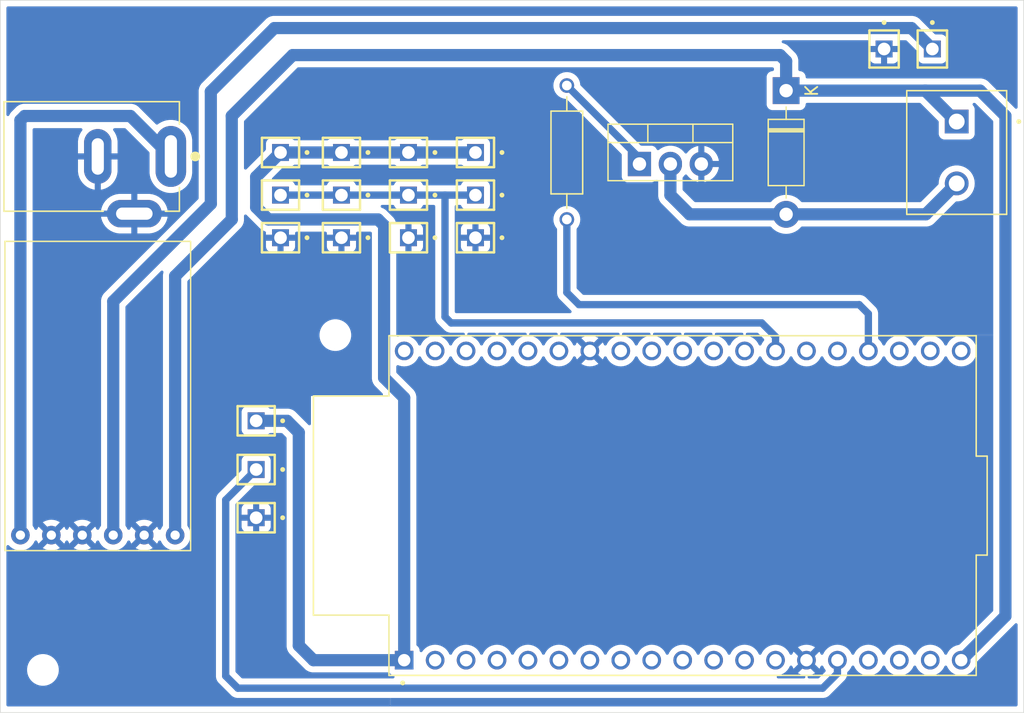
<source format=kicad_pcb>
(kicad_pcb (version 20240108) (generator "pcbnew") (generator_version "8.0")
  (layers (0 "F.Cu" signal) (31 "B.Cu" signal) (34 "B.Paste" user) (35 "F.Paste" user) (36 "B.SilkS" user "B.Silkscreen") (37 "F.SilkS" user "F.Silkscreen") (38 "B.Mask" user) (39 "F.Mask" user) (44 "Edge.Cuts" user))
  (net 0 "")
  (net 1 "+BATT")
  (net 2 "GND")
  (net 3 "+5V")
  (net 4 "Net-(D1-A)")
  (net 5 "VDC")
  (net 6 "Net-(Q1-B)")
  (net 7 "/IO4Bomba")
  (net 15 "+3V3")
  (net 17 "/SensorTempData")
  (net 18 "/IO26DHT22")
  (footprint "socket:SAMTEC_ESW-101-44-L-S" (layer "F.Cu") (at 173.04 70 -90)
    (property "Reference" "J19" (hide yes))
    (property "Value" "GND")
    (fp_line (start -1.525 1.205) (end -1.525 -1.205) (stroke (width 0.2)) (layer "F.SilkS"))
    (fp_line (start 1.525 1.205) (end -1.525 1.205) (stroke (width 0.2)) (layer "F.SilkS"))
    (fp_line (start 1.525 -1.205) (end 1.525 1.205) (stroke (width 0.2)) (layer "F.SilkS"))
    (fp_line (start 1.525 -1.205) (end -1.525 -1.205) (stroke (width 0.2)) (layer "F.SilkS"))
    (fp_circle (center -2.175 0) (end -2.075 0) (stroke (width 0.2)) (fill none) (layer "F.SilkS"))
    (pad "01" thru_hole rect (at 0 0 270) (size 1.39 1.39) (drill 1.04) (layers "*.Cu" "*.Mask") (net 2 "GND"))
  )
  (footprint "socket:SAMTEC_ESW-101-44-L-S" (layer "F.Cu") (at 123.5 78.5 180)
    (property "Reference" "J3" (hide yes))
    (property "Value" "3v3" (hide yes))
    (fp_line (start 1.525 1.205) (end -1.525 1.205) (stroke (width 0.2)) (layer "F.SilkS"))
    (fp_line (start 1.525 -1.205) (end 1.525 1.205) (stroke (width 0.2)) (layer "F.SilkS"))
    (fp_line (start 1.525 -1.205) (end -1.525 -1.205) (stroke (width 0.2)) (layer "F.SilkS"))
    (fp_line (start -1.525 1.205) (end -1.525 -1.205) (stroke (width 0.2)) (layer "F.SilkS"))
    (fp_circle (center -2.175 0) (end -2.075 0) (stroke (width 0.2)) (fill none) (layer "F.SilkS"))
    (pad "01" thru_hole rect (at 0 0 180) (size 1.39 1.39) (drill 1.04) (layers "*.Cu" "*.Mask") (net 15 "+3V3"))
  )
  (footprint "socket:SAMTEC_ESW-101-44-L-S" (layer "F.Cu") (at 134 82 180)
    (property "Reference" "J10" (hide yes))
    (property "Value" "datos" (hide yes))
    (fp_line (start 1.525 1.205) (end -1.525 1.205) (stroke (width 0.2)) (layer "F.SilkS"))
    (fp_line (start 1.525 -1.205) (end 1.525 1.205) (stroke (width 0.2)) (layer "F.SilkS"))
    (fp_line (start 1.525 -1.205) (end -1.525 -1.205) (stroke (width 0.2)) (layer "F.SilkS"))
    (fp_line (start -1.525 1.205) (end -1.525 -1.205) (stroke (width 0.2)) (layer "F.SilkS"))
    (fp_circle (center -2.175 0) (end -2.075 0) (stroke (width 0.2)) (fill none) (layer "F.SilkS"))
    (pad "01" thru_hole rect (at 0 0 180) (size 1.39 1.39) (drill 1.04) (layers "*.Cu" "*.Mask") (net 17 "/SensorTempData"))
  )
  (footprint "socket:SAMTEC_ESW-101-44-L-S" (layer "F.Cu") (at 177 70 -90)
    (property "Reference" "J18" (hide yes))
    (property "Value" "batt")
    (fp_line (start -1.525 1.205) (end -1.525 -1.205) (stroke (width 0.2)) (layer "F.SilkS"))
    (fp_line (start 1.525 1.205) (end -1.525 1.205) (stroke (width 0.2)) (layer "F.SilkS"))
    (fp_line (start 1.525 -1.205) (end 1.525 1.205) (stroke (width 0.2)) (layer "F.SilkS"))
    (fp_line (start 1.525 -1.205) (end -1.525 -1.205) (stroke (width 0.2)) (layer "F.SilkS"))
    (fp_circle (center -2.175 0) (end -2.075 0) (stroke (width 0.2)) (fill none) (layer "F.SilkS"))
    (pad "01" thru_hole rect (at 0 0 270) (size 1.39 1.39) (drill 1.04) (layers "*.Cu" "*.Mask") (net 1 "+BATT"))
  )
  (footprint "socket:SAMTEC_ESW-101-44-L-S" (layer "F.Cu") (at 139.5 82 180)
    (property "Reference" "J13" (hide yes))
    (property "Value" "datos" (hide yes))
    (fp_line (start 1.525 1.205) (end -1.525 1.205) (stroke (width 0.2)) (layer "F.SilkS"))
    (fp_line (start 1.525 -1.205) (end 1.525 1.205) (stroke (width 0.2)) (layer "F.SilkS"))
    (fp_line (start 1.525 -1.205) (end -1.525 -1.205) (stroke (width 0.2)) (layer "F.SilkS"))
    (fp_line (start -1.525 1.205) (end -1.525 -1.205) (stroke (width 0.2)) (layer "F.SilkS"))
    (fp_circle (center -2.175 0) (end -2.075 0) (stroke (width 0.2)) (fill none) (layer "F.SilkS"))
    (pad "01" thru_hole rect (at 0 0 180) (size 1.39 1.39) (drill 1.04) (layers "*.Cu" "*.Mask") (net 17 "/SensorTempData"))
  )
  (footprint "socket:SAMTEC_ESW-101-44-L-S" (layer "F.Cu") (at 121.5 104.54 180)
    (property "Reference" "J16" (hide yes))
    (property "Value" "datos" (hide yes))
    (fp_line (start 1.525 1.205) (end -1.525 1.205) (stroke (width 0.2)) (layer "F.SilkS"))
    (fp_line (start 1.525 -1.205) (end 1.525 1.205) (stroke (width 0.2)) (layer "F.SilkS"))
    (fp_line (start 1.525 -1.205) (end -1.525 -1.205) (stroke (width 0.2)) (layer "F.SilkS"))
    (fp_line (start -1.525 1.205) (end -1.525 -1.205) (stroke (width 0.2)) (layer "F.SilkS"))
    (fp_circle (center -2.175 0) (end -2.075 0) (stroke (width 0.2)) (fill none) (layer "F.SilkS"))
    (pad "01" thru_hole rect (at 0 0 180) (size 1.39 1.39) (drill 1.04) (layers "*.Cu" "*.Mask") (net 18 "/IO26DHT22"))
  )
  (footprint "socket:SAMTEC_ESW-101-44-L-S" (layer "F.Cu") (at 128.5 82 180)
    (property "Reference" "J7" (hide yes))
    (property "Value" "datos" (hide yes))
    (fp_line (start 1.525 1.205) (end -1.525 1.205) (stroke (width 0.2)) (layer "F.SilkS"))
    (fp_line (start 1.525 -1.205) (end 1.525 1.205) (stroke (width 0.2)) (layer "F.SilkS"))
    (fp_line (start 1.525 -1.205) (end -1.525 -1.205) (stroke (width 0.2)) (layer "F.SilkS"))
    (fp_line (start -1.525 1.205) (end -1.525 -1.205) (stroke (width 0.2)) (layer "F.SilkS"))
    (fp_circle (center -2.175 0) (end -2.075 0) (stroke (width 0.2)) (fill none) (layer "F.SilkS"))
    (pad "01" thru_hole rect (at 0 0 180) (size 1.39 1.39) (drill 1.04) (layers "*.Cu" "*.Mask") (net 17 "/SensorTempData"))
  )
  (footprint "socket:SAMTEC_ESW-101-44-L-S" (layer "F.Cu") (at 123.5 85.5 180)
    (property "Reference" "J5" (hide yes))
    (property "Value" "GND" (hide yes))
    (fp_line (start 1.525 1.205) (end -1.525 1.205) (stroke (width 0.2)) (layer "F.SilkS"))
    (fp_line (start 1.525 -1.205) (end 1.525 1.205) (stroke (width 0.2)) (layer "F.SilkS"))
    (fp_line (start 1.525 -1.205) (end -1.525 -1.205) (stroke (width 0.2)) (layer "F.SilkS"))
    (fp_line (start -1.525 1.205) (end -1.525 -1.205) (stroke (width 0.2)) (layer "F.SilkS"))
    (fp_circle (center -2.175 0) (end -2.075 0) (stroke (width 0.2)) (fill none) (layer "F.SilkS"))
    (pad "01" thru_hole rect (at 0 0 180) (size 1.39 1.39) (drill 1.04) (layers "*.Cu" "*.Mask") (net 2 "GND"))
  )
  (footprint "socket:SAMTEC_ESW-101-44-L-S" (layer "F.Cu") (at 123.5 82 180)
    (property "Reference" "J4" (hide yes))
    (property "Value" "datos" (hide yes))
    (fp_line (start 1.525 1.205) (end -1.525 1.205) (stroke (width 0.2)) (layer "F.SilkS"))
    (fp_line (start 1.525 -1.205) (end 1.525 1.205) (stroke (width 0.2)) (layer "F.SilkS"))
    (fp_line (start 1.525 -1.205) (end -1.525 -1.205) (stroke (width 0.2)) (layer "F.SilkS"))
    (fp_line (start -1.525 1.205) (end -1.525 -1.205) (stroke (width 0.2)) (layer "F.SilkS"))
    (fp_circle (center -2.175 0) (end -2.075 0) (stroke (width 0.2)) (fill none) (layer "F.SilkS"))
    (pad "01" thru_hole rect (at 0 0 180) (size 1.39 1.39) (drill 1.04) (layers "*.Cu" "*.Mask") (net 17 "/SensorTempData"))
  )
  (footprint "MountingHole:MountingHole_2.1mm" (layer "F.Cu") (at 128 93.5)
    (property "Reference" "REF**" (hide yes))
    (property "Value" "MountingHole_2.1mm" (hide yes))
    (pad "" np_thru_hole circle (at 0 0) (size 2.1 2.1) (drill 2.1) (layers "F&B.Cu" "*.Mask"))
  )
  (footprint "socket:SAMTEC_ESW-101-44-L-S" (layer "F.Cu") (at 128.5 85.5 180)
    (property "Reference" "J8" (hide yes))
    (property "Value" "GND" (hide yes))
    (fp_line (start 1.525 1.205) (end -1.525 1.205) (stroke (width 0.2)) (layer "F.SilkS"))
    (fp_line (start 1.525 -1.205) (end 1.525 1.205) (stroke (width 0.2)) (layer "F.SilkS"))
    (fp_line (start 1.525 -1.205) (end -1.525 -1.205) (stroke (width 0.2)) (layer "F.SilkS"))
    (fp_line (start -1.525 1.205) (end -1.525 -1.205) (stroke (width 0.2)) (layer "F.SilkS"))
    (fp_circle (center -2.175 0) (end -2.075 0) (stroke (width 0.2)) (fill none) (layer "F.SilkS"))
    (pad "01" thru_hole rect (at 0 0 180) (size 1.39 1.39) (drill 1.04) (layers "*.Cu" "*.Mask") (net 2 "GND"))
  )
  (footprint "socket:SAMTEC_ESW-101-44-L-S" (layer "F.Cu") (at 134 85.5 180)
    (property "Reference" "J14" (hide yes))
    (property "Value" "GND" (hide yes))
    (fp_line (start 1.525 1.205) (end -1.525 1.205) (stroke (width 0.2)) (layer "F.SilkS"))
    (fp_line (start 1.525 -1.205) (end 1.525 1.205) (stroke (width 0.2)) (layer "F.SilkS"))
    (fp_line (start 1.525 -1.205) (end -1.525 -1.205) (stroke (width 0.2)) (layer "F.SilkS"))
    (fp_line (start -1.525 1.205) (end -1.525 -1.205) (stroke (width 0.2)) (layer "F.SilkS"))
    (fp_circle (center -2.175 0) (end -2.075 0) (stroke (width 0.2)) (fill none) (layer "F.SilkS"))
    (pad "01" thru_hole rect (at 0 0 180) (size 1.39 1.39) (drill 1.04) (layers "*.Cu" "*.Mask") (net 2 "GND"))
  )
  (footprint "socket:SAMTEC_ESW-101-44-L-S" (layer "F.Cu") (at 121.5 108.5 180)
    (property "Reference" "J15" (hide yes))
    (property "Value" "gnd" (hide yes))
    (fp_line (start 1.525 1.205) (end -1.525 1.205) (stroke (width 0.2)) (layer "F.SilkS"))
    (fp_line (start 1.525 -1.205) (end 1.525 1.205) (stroke (width 0.2)) (layer "F.SilkS"))
    (fp_line (start 1.525 -1.205) (end -1.525 -1.205) (stroke (width 0.2)) (layer "F.SilkS"))
    (fp_line (start -1.525 1.205) (end -1.525 -1.205) (stroke (width 0.2)) (layer "F.SilkS"))
    (fp_circle (center -2.175 0) (end -2.075 0) (stroke (width 0.2)) (fill none) (layer "F.SilkS"))
    (pad "01" thru_hole rect (at 0 0 180) (size 1.39 1.39) (drill 1.04) (layers "*.Cu" "*.Mask") (net 2 "GND"))
  )
  (footprint "socket:SAMTEC_ESW-101-44-L-S" (layer "F.Cu") (at 121.5 100.54 180)
    (property "Reference" "J17" (hide yes))
    (property "Value" "3v3" (hide yes))
    (fp_line (start 1.525 1.205) (end -1.525 1.205) (stroke (width 0.2)) (layer "F.SilkS"))
    (fp_line (start 1.525 -1.205) (end 1.525 1.205) (stroke (width 0.2)) (layer "F.SilkS"))
    (fp_line (start 1.525 -1.205) (end -1.525 -1.205) (stroke (width 0.2)) (layer "F.SilkS"))
    (fp_line (start -1.525 1.205) (end -1.525 -1.205) (stroke (width 0.2)) (layer "F.SilkS"))
    (fp_circle (center -2.175 0) (end -2.075 0) (stroke (width 0.2)) (fill none) (layer "F.SilkS"))
    (pad "01" thru_hole rect (at 0 0 180) (size 1.39 1.39) (drill 1.04) (layers "*.Cu" "*.Mask") (net 15 "+3V3"))
  )
  (footprint "socket:SAMTEC_ESW-101-44-L-S" (layer "F.Cu") (at 134 78.5 180)
    (property "Reference" "J9" (hide yes))
    (property "Value" "3v3" (hide yes))
    (fp_line (start 1.525 1.205) (end -1.525 1.205) (stroke (width 0.2)) (layer "F.SilkS"))
    (fp_line (start 1.525 -1.205) (end 1.525 1.205) (stroke (width 0.2)) (layer "F.SilkS"))
    (fp_line (start 1.525 -1.205) (end -1.525 -1.205) (stroke (width 0.2)) (layer "F.SilkS"))
    (fp_line (start -1.525 1.205) (end -1.525 -1.205) (stroke (width 0.2)) (layer "F.SilkS"))
    (fp_circle (center -2.175 0) (end -2.075 0) (stroke (width 0.2)) (fill none) (layer "F.SilkS"))
    (pad "01" thru_hole rect (at 0 0 180) (size 1.39 1.39) (drill 1.04) (layers "*.Cu" "*.Mask") (net 15 "+3V3"))
  )
  (footprint "Package_TO_SOT_THT:TO-220-3_Vertical" (layer "F.Cu") (at 152.96 79.445)
    (property "Reference" "Q1" (hide yes))
    (property "Value" "TIP41C" (hide yes))
    (fp_line (start -2.58 -3.27) (end -2.58 1.371) (stroke (width 0.12)) (layer "F.SilkS"))
    (fp_line (start -2.58 -3.27) (end 7.66 -3.27) (stroke (width 0.12)) (layer "F.SilkS"))
    (fp_line (start -2.58 -1.76) (end 7.66 -1.76) (stroke (width 0.12)) (layer "F.SilkS"))
    (fp_line (start -2.58 1.371) (end 7.66 1.371) (stroke (width 0.12)) (layer "F.SilkS"))
    (fp_line (start 0.69 -3.27) (end 0.69 -1.76) (stroke (width 0.12)) (layer "F.SilkS"))
    (fp_line (start 4.391 -3.27) (end 4.391 -1.76) (stroke (width 0.12)) (layer "F.SilkS"))
    (fp_line (start 7.66 -3.27) (end 7.66 1.371) (stroke (width 0.12)) (layer "F.SilkS"))
    (pad "1" thru_hole rect (at 0 0) (size 1.905 2) (drill 1.1) (layers "*.Cu" "*.Mask") (net 6 "Net-(Q1-B)"))
    (pad "2" thru_hole oval (at 2.54 0) (size 1.905 2) (drill 1.1) (layers "*.Cu" "*.Mask") (net 4 "Net-(D1-A)"))
    (pad "3" thru_hole oval (at 5.08 0) (size 1.905 2) (drill 1.1) (layers "*.Cu" "*.Mask") (net 2 "GND"))
  )
  (footprint "CD42:mh-cd42" (layer "F.Cu") (at 108.5 98.5)
    (property "Reference" "U4" (hide yes))
    (property "Value" "mh-cd42")
    (fp_rect (start -7.62 -12.7) (end 7.62 12.7) (stroke (width 0.12)) (fill none) (layer "F.SilkS"))
    (pad "1" thru_hole circle (at -6.35 11.43) (size 1.524 1.524) (drill 0.762) (layers "*.Cu" "*.Mask") (net 5 "VDC"))
    (pad "2" thru_hole circle (at -3.81 11.43) (size 1.524 1.524) (drill 0.762) (layers "*.Cu" "*.Mask") (net 2 "GND"))
    (pad "3" thru_hole circle (at -1.27 11.43) (size 1.524 1.524) (drill 0.762) (layers "*.Cu" "*.Mask") (net 2 "GND"))
    (pad "4" thru_hole circle (at 1.27 11.43) (size 1.524 1.524) (drill 0.762) (layers "*.Cu" "*.Mask") (net 1 "+BATT"))
    (pad "5" thru_hole circle (at 3.81 11.43) (size 1.524 1.524) (drill 0.762) (layers "*.Cu" "*.Mask") (net 2 "GND"))
    (pad "6" thru_hole circle (at 6.35 11.43) (size 1.524 1.524) (drill 0.762) (layers "*.Cu" "*.Mask") (net 3 "+5V"))
  )
  (footprint "screw terminal:CUI_TB006-508-02BE" (layer "F.Cu") (at 179 75.96 -90)
    (property "Reference" "J2" (hide yes))
    (property "Value" "TB006-508-02BE" (hide yes))
    (fp_line (start -2.54 4.1) (end -2.54 -4.1) (stroke (width 0.127)) (layer "F.SilkS"))
    (fp_line (start 7.62 4.1) (end -2.54 4.1) (stroke (width 0.127)) (layer "F.SilkS"))
    (fp_line (start -2.54 -4.1) (end 7.62 -4.1) (stroke (width 0.127)) (layer "F.SilkS"))
    (fp_line (start 7.62 -4.1) (end 7.62 4.1) (stroke (width 0.127)) (layer "F.SilkS"))
    (fp_circle (center 0 -5.1) (end 0.1 -5.1) (stroke (width 0.2)) (fill none) (layer "F.SilkS"))
    (pad "1" thru_hole rect (at 0 0 270) (size 1.95 1.95) (drill 1.3) (layers "*.Cu" "*.Mask") (net 3 "+5V"))
    (pad "2" thru_hole circle (at 5.08 0 270) (size 1.95 1.95) (drill 1.3) (layers "*.Cu" "*.Mask") (net 4 "Net-(D1-A)"))
  )
  (footprint "socket:SAMTEC_ESW-101-44-L-S" (layer "F.Cu") (at 139.5 78.5 180)
    (property "Reference" "J12" (hide yes))
    (property "Value" "3v3" (hide yes))
    (fp_line (start 1.525 1.205) (end -1.525 1.205) (stroke (width 0.2)) (layer "F.SilkS"))
    (fp_line (start 1.525 -1.205) (end 1.525 1.205) (stroke (width 0.2)) (layer "F.SilkS"))
    (fp_line (start 1.525 -1.205) (end -1.525 -1.205) (stroke (width 0.2)) (layer "F.SilkS"))
    (fp_line (start -1.525 1.205) (end -1.525 -1.205) (stroke (width 0.2)) (layer "F.SilkS"))
    (fp_circle (center -2.175 0) (end -2.075 0) (stroke (width 0.2)) (fill none) (layer "F.SilkS"))
    (pad "01" thru_hole rect (at 0 0 180) (size 1.39 1.39) (drill 1.04) (layers "*.Cu" "*.Mask") (net 15 "+3V3"))
  )
  (footprint "Diode_THT:D_DO-41_SOD81_P10.16mm_Horizontal" (layer "F.Cu") (at 165 73.42 -90)
    (property "Reference" "D1" (hide yes))
    (property "Value" "1N4004" (hide yes))
    (fp_line (start 2.36 1.47) (end 7.8 1.47) (stroke (width 0.12)) (layer "F.SilkS"))
    (fp_line (start 7.8 1.47) (end 7.8 -1.47) (stroke (width 0.12)) (layer "F.SilkS"))
    (fp_line (start 1.34 0) (end 2.36 0) (stroke (width 0.12)) (layer "F.SilkS"))
    (fp_line (start 8.82 0) (end 7.8 0) (stroke (width 0.12)) (layer "F.SilkS"))
    (fp_line (start 2.36 -1.47) (end 2.36 1.47) (stroke (width 0.12)) (layer "F.SilkS"))
    (fp_line (start 3.14 -1.47) (end 3.14 1.47) (stroke (width 0.12)) (layer "F.SilkS"))
    (fp_line (start 3.26 -1.47) (end 3.26 1.47) (stroke (width 0.12)) (layer "F.SilkS"))
    (fp_line (start 3.38 -1.47) (end 3.38 1.47) (stroke (width 0.12)) (layer "F.SilkS"))
    (fp_line (start 7.8 -1.47) (end 2.36 -1.47) (stroke (width 0.12)) (layer "F.SilkS"))
    (fp_text user "K" (at 0 -2.1 90) (layer "F.SilkS"))
    (pad "1" thru_hole rect (at 0 0 270) (size 2.2 2.2) (drill 1.1) (layers "*.Cu" "*.Mask") (net 3 "+5V"))
    (pad "2" thru_hole oval (at 10.16 0 270) (size 2.2 2.2) (drill 1.1) (layers "*.Cu" "*.Mask") (net 4 "Net-(D1-A)"))
  )
  (footprint "i hope definitive:CUI_PJ-002B" (layer "F.Cu") (at 114.5 78.825 180)
    (property "Reference" "J1" (hide yes))
    (property "Value" "PJ-018" (hide yes))
    (fp_line (start 13.7 4.5) (end -0.7 4.5) (stroke (width 0.127)) (layer "F.SilkS"))
    (fp_line (start 13.7 -4.5) (end 13.7 4.5) (stroke (width 0.127)) (layer "F.SilkS"))
    (fp_line (start 5.55 -4.5) (end 13.7 -4.5) (stroke (width 0.127)) (layer "F.SilkS"))
    (fp_line (start -0.7 4.5) (end -0.7 2.65) (stroke (width 0.127)) (layer "F.SilkS"))
    (fp_line (start -0.7 -2.55) (end -0.7 -4.5) (stroke (width 0.127)) (layer "F.SilkS"))
    (fp_line (start -0.7 -4.5) (end 0.45 -4.5) (stroke (width 0.127)) (layer "F.SilkS"))
    (fp_circle (center -2 0) (end -1.8 0) (stroke (width 0.4)) (fill none) (layer "F.SilkS"))
    (pad "1" thru_hole oval (at 0 0 180) (size 2.5 5) (drill oval 1 3.5) (layers "*.Cu" "*.Mask") (net 5 "VDC"))
    (pad "2" thru_hole oval (at 6 0 180) (size 2.25 4.5) (drill oval 1 3) (layers "*.Cu" "*.Mask") (net 2 "GND"))
    (pad "3" thru_hole oval (at 3 -4.7 180) (size 4.5 2.25) (drill oval 3 1) (layers "*.Cu" "*.Mask") (net 2 "GND"))
  )
  (footprint "socket:SAMTEC_ESW-101-44-L-S" (layer "F.Cu") (at 128.5 78.5 180)
    (property "Reference" "J6" (hide yes))
    (property "Value" "3v3" (hide yes))
    (fp_line (start 1.525 1.205) (end -1.525 1.205) (stroke (width 0.2)) (layer "F.SilkS"))
    (fp_line (start 1.525 -1.205) (end 1.525 1.205) (stroke (width 0.2)) (layer "F.SilkS"))
    (fp_line (start 1.525 -1.205) (end -1.525 -1.205) (stroke (width 0.2)) (layer "F.SilkS"))
    (fp_line (start -1.525 1.205) (end -1.525 -1.205) (stroke (width 0.2)) (layer "F.SilkS"))
    (fp_circle (center -2.175 0) (end -2.075 0) (stroke (width 0.2)) (fill none) (layer "F.SilkS"))
    (pad "01" thru_hole rect (at 0 0 180) (size 1.39 1.39) (drill 1.04) (layers "*.Cu" "*.Mask") (net 15 "+3V3"))
  )
  (footprint "socket:SAMTEC_ESW-101-44-L-S" (layer "F.Cu") (at 139.5 85.5 180)
    (property "Reference" "J11" (hide yes))
    (property "Value" "GND" (hide yes))
    (fp_line (start 1.525 1.205) (end -1.525 1.205) (stroke (width 0.2)) (layer "F.SilkS"))
    (fp_line (start 1.525 -1.205) (end 1.525 1.205) (stroke (width 0.2)) (layer "F.SilkS"))
    (fp_line (start 1.525 -1.205) (end -1.525 -1.205) (stroke (width 0.2)) (layer "F.SilkS"))
    (fp_line (start -1.525 1.205) (end -1.525 -1.205) (stroke (width 0.2)) (layer "F.SilkS"))
    (fp_circle (center -2.175 0) (end -2.075 0) (stroke (width 0.2)) (fill none) (layer "F.SilkS"))
    (pad "01" thru_hole rect (at 0 0 180) (size 1.39 1.39) (drill 1.04) (layers "*.Cu" "*.Mask") (net 2 "GND"))
  )
  (footprint "resistance:RESAD1100W55L680D260" (layer "F.Cu") (at 147 78.5 90)
    (property "Reference" "R1" (hide yes))
    (property "Value" "MFR-25FBF52-196K" (hide yes))
    (fp_line (start 3.4 -1.3) (end -3.4 -1.3) (stroke (width 0.127)) (layer "F.SilkS"))
    (fp_line (start -3.4 -1.3) (end -3.4 0) (stroke (width 0.127)) (layer "F.SilkS"))
    (fp_line (start 4.58 0) (end 3.4 0) (stroke (width 0.127)) (layer "F.SilkS"))
    (fp_line (start 3.4 0) (end 3.4 -1.3) (stroke (width 0.127)) (layer "F.SilkS"))
    (fp_line (start -3.4 0) (end -3.4 1.3) (stroke (width 0.127)) (layer "F.SilkS"))
    (fp_line (start -4.58 0) (end -3.4 0) (stroke (width 0.127)) (layer "F.SilkS"))
    (fp_line (start 3.4 1.3) (end 3.4 0) (stroke (width 0.127)) (layer "F.SilkS"))
    (fp_line (start -3.4 1.3) (end 3.4 1.3) (stroke (width 0.127)) (layer "F.SilkS"))
    (pad "1" thru_hole circle (at -5.5 0 90) (size 1.2 1.2) (drill 0.8) (layers "*.Cu" "*.Mask") (net 7 "/IO4Bomba"))
    (pad "2" thru_hole circle (at 5.5 0 90) (size 1.2 1.2) (drill 0.8) (layers "*.Cu" "*.Mask") (net 6 "Net-(Q1-B)"))
  )
  (footprint "MountingHole:MountingHole_2.1mm" (layer "F.Cu") (at 104 121)
    (property "Reference" "REF**" (hide yes))
    (property "Value" "MountingHole_2.1mm" (hide yes))
    (pad "" np_thru_hole circle (at 0 0) (size 2.1 2.1) (drill 2.1) (layers "*.Cu" "*.Mask"))
  )
  (footprint "devkit-esp32:MODULE_DEVKIT_V1_ESP32-WROOM-32" (layer "F.Cu") (at 156.5 107.5 90)
    (property "Reference" "U1" (hide yes))
    (property "Value" "DEVKIT_V1_ESP32-WROOM-32")
    (fp_line (start 9 -30.3) (end 9 -24.1) (stroke (width 0.127)) (layer "F.SilkS"))
    (fp_line (start -9 -30.3) (end 9 -30.3) (stroke (width 0.127)) (layer "F.SilkS"))
    (fp_line (start 13.95 -24.1) (end 9 -24.1) (stroke (width 0.127)) (layer "F.SilkS"))
    (fp_line (start -9 -24.1) (end -9 -30.3) (stroke (width 0.127)) (layer "F.SilkS"))
    (fp_line (start -9 -24.1) (end -13.95 -24.1) (stroke (width 0.127)) (layer "F.SilkS"))
    (fp_line (start -13.95 -24.1) (end -13.95 24.1) (stroke (width 0.127)) (layer "F.SilkS"))
    (fp_line (start 13.95 24.1) (end 13.95 -24.1) (stroke (width 0.127)) (layer "F.SilkS"))
    (fp_line (start 4.06 24.1) (end 13.95 24.1) (stroke (width 0.127)) (layer "F.SilkS"))
    (fp_line (start -4.07 24.1) (end -4.07 25) (stroke (width 0.127)) (layer "F.SilkS"))
    (fp_line (start -13.95 24.1) (end -4.07 24.1) (stroke (width 0.127)) (layer "F.SilkS"))
    (fp_line (start 4.06 25) (end 4.06 24.1) (stroke (width 0.127)) (layer "F.SilkS"))
    (fp_line (start -4.07 25) (end 4.06 25) (stroke (width 0.127)) (layer "F.SilkS"))
    (fp_circle (center -14.57 -22.97) (end -14.47 -22.97) (stroke (width 0.2)) (fill none) (layer "F.SilkS"))
    (pad "1" thru_hole rect (at -12.7 -22.85 90) (size 1.53 1.53) (drill 1.02) (layers "*.Cu" "*.Mask") (net 15 "+3V3"))
    (pad "2" thru_hole circle (at -12.7 -20.31 90) (size 1.53 1.53) (drill 1.02) (layers "*.Cu" "*.Mask"))
    (pad "3" thru_hole circle (at -12.7 -17.77 90) (size 1.53 1.53) (drill 1.02) (layers "*.Cu" "*.Mask"))
    (pad "4" thru_hole circle (at -12.7 -15.23 90) (size 1.53 1.53) (drill 1.02) (layers "*.Cu" "*.Mask"))
    (pad "5" thru_hole circle (at -12.7 -12.69 90) (size 1.53 1.53) (drill 1.02) (layers "*.Cu" "*.Mask"))
    (pad "6" thru_hole circle (at -12.7 -10.15 90) (size 1.53 1.53) (drill 1.02) (layers "*.Cu" "*.Mask"))
    (pad "7" thru_hole circle (at -12.7 -7.61 90) (size 1.53 1.53) (drill 1.02) (layers "*.Cu" "*.Mask"))
    (pad "8" thru_hole circle (at -12.7 -5.07 90) (size 1.53 1.53) (drill 1.02) (layers "*.Cu" "*.Mask"))
    (pad "9" thru_hole circle (at -12.7 -2.53 90) (size 1.53 1.53) (drill 1.02) (layers "*.Cu" "*.Mask"))
    (pad "10" thru_hole circle (at -12.7 0.01 90) (size 1.53 1.53) (drill 1.02) (layers "*.Cu" "*.Mask"))
    (pad "11" thru_hole circle (at -12.7 2.55 90) (size 1.53 1.53) (drill 1.02) (layers "*.Cu" "*.Mask"))
    (pad "12" thru_hole circle (at -12.7 5.09 90) (size 1.53 1.53) (drill 1.02) (layers "*.Cu" "*.Mask"))
    (pad "13" thru_hole circle (at -12.7 7.63 90) (size 1.53 1.53) (drill 1.02) (layers "*.Cu" "*.Mask"))
    (pad "14" thru_hole circle (at -12.7 10.17 90) (size 1.53 1.53) (drill 1.02) (layers "*.Cu" "*.Mask") (net 2 "GND"))
    (pad "15" thru_hole circle (at -12.7 12.71 90) (size 1.53 1.53) (drill 1.02) (layers "*.Cu" "*.Mask") (net 18 "/IO26DHT22"))
    (pad "16" thru_hole circle (at -12.7 15.25 90) (size 1.53 1.53) (drill 1.02) (layers "*.Cu" "*.Mask"))
    (pad "17" thru_hole circle (at -12.7 17.79 90) (size 1.53 1.53) (drill 1.02) (layers "*.Cu" "*.Mask"))
    (pad "18" thru_hole circle (at -12.7 20.33 90) (size 1.53 1.53) (drill 1.02) (layers "*.Cu" "*.Mask"))
    (pad "19" thru_hole circle (at -12.7 22.87 90) (size 1.53 1.53) (drill 1.02) (layers "*.Cu" "*.Mask") (net 3 "+5V"))
    (pad "20" thru_hole circle (at 12.7 22.87 90) (size 1.53 1.53) (drill 1.02) (layers "*.Cu" "*.Mask"))
    (pad "21" thru_hole circle (at 12.7 20.33 90) (size 1.53 1.53) (drill 1.02) (layers "*.Cu" "*.Mask"))
    (pad "22" thru_hole circle (at 12.7 17.79 90) (size 1.53 1.53) (drill 1.02) (layers "*.Cu" "*.Mask"))
    (pad "23" thru_hole circle (at 12.7 15.25 90) (size 1.53 1.53) (drill 1.02) (layers "*.Cu" "*.Mask") (net 7 "/IO4Bomba"))
    (pad "24" thru_hole circle (at 12.7 12.71 90) (size 1.53 1.53) (drill 1.02) (layers "*.Cu" "*.Mask"))
    (pad "25" thru_hole circle (at 12.7 10.17 90) (size 1.53 1.53) (drill 1.02) (layers "*.Cu" "*.Mask"))
    (pad "26" thru_hole circle (at 12.7 7.63 90) (size 1.53 1.53) (drill 1.02) (layers "*.Cu" "*.Mask") (net 17 "/SensorTempData"))
    (pad "27" thru_hole circle (at 12.7 5.09 90) (size 1.53 1.53) (drill 1.02) (layers "*.Cu" "*.Mask"))
    (pad "28" thru_hole circle (at 12.7 2.55 90) (size 1.53 1.53) (drill 1.02) (layers "*.Cu" "*.Mask"))
    (pad "29" thru_hole circle (at 12.7 0.01 90) (size 1.53 1.53) (drill 1.02) (layers "*.Cu" "*.Mask"))
    (pad "30" thru_hole circle (at 12.7 -2.53 90) (size 1.53 1.53) (drill 1.02) (layers "*.Cu" "*.Mask"))
    (pad "31" thru_hole circle (at 12.7 -5.07 90) (size 1.53 1.53) (drill 1.02) (layers "*.Cu" "*.Mask"))
    (pad "32" thru_hole circle (at 12.7 -7.61 90) (size 1.53 1.53) (drill 1.02) (layers "*.Cu" "*.Mask") (net 2 "GND"))
    (pad "33" thru_hole circle (at 12.7 -10.15 90) (size 1.53 1.53) (drill 1.02) (layers "*.Cu" "*.Mask"))
    (pad "34" thru_hole circle (at 12.7 -12.69 90) (size 1.53 1.53) (drill 1.02) (layers "*.Cu" "*.Mask"))
    (pad "35" thru_hole circle (at 12.7 -15.23 90) (size 1.53 1.53) (drill 1.02) (layers "*.Cu" "*.Mask"))
    (pad "36" thru_hole circle (at 12.7 -17.77 90) (size 1.53 1.53) (drill 1.02) (layers "*.Cu" "*.Mask"))
    (pad "37" thru_hole circle (at 12.7 -20.31 90) (size 1.53 1.53) (drill 1.02) (layers "*.Cu" "*.Mask"))
    (pad "38" thru_hole circle (at 12.7 -22.85 90) (size 1.53 1.53) (drill 1.02) (layers "*.Cu" "*.Mask"))
  )
  (gr_rect (start 100.5 66) (end 184.5 124.5) (stroke (width 0.05)) (fill none) (layer "Edge.Cuts"))
  (segment (start 117.78 82.72) (end 117.78 73.49466) (width 1) (layer "B.Cu") (net 1))
  (segment (start 175.28 68.28) (end 177 70) (width 1) (layer "B.Cu") (net 1))
  (segment (start 109.77 109.93) (end 109.77 90.73) (width 1) (layer "B.Cu") (net 1))
  (segment (start 109.77 90.73) (end 117.78 82.72) (width 1) (layer "B.Cu") (net 1))
  (segment (start 122.99466 68.28) (end 175.28 68.28) (width 1) (layer "B.Cu") (net 1))
  (segment (start 117.78 73.49466) (end 122.99466 68.28) (width 1) (layer "B.Cu") (net 1))
  (segment (start 114.85 88.65) (end 114.85 109.93) (width 1) (layer "B.Cu") (net 3))
  (segment (start 176.42 73.42) (end 178.96 75.96) (width 1) (layer "B.Cu") (net 3))
  (segment (start 165 73.42) (end 176.42 73.42) (width 1) (layer "B.Cu") (net 3))
  (segment (start 119.5 75.5) (end 119.5 84) (width 1) (layer "B.Cu") (net 3))
  (segment (start 178.96 75.96) (end 179 75.96) (width 1) (layer "B.Cu") (net 3))
  (segment (start 119.5 84) (end 114.85 88.65) (width 1) (layer "B.Cu") (net 3))
  (segment (start 124.5 70.5) (end 119.5 75.5) (width 1) (layer "B.Cu") (net 3))
  (segment (start 179.37 120.2) (end 183 116.57) (width 1) (layer "B.Cu") (net 3))
  (segment (start 183 75.5) (end 180.92 73.42) (width 1) (layer "B.Cu") (net 3))
  (segment (start 165 73.42) (end 165 71) (width 1) (layer "B.Cu") (net 3))
  (segment (start 165 71) (end 164.5 70.5) (width 1) (layer "B.Cu") (net 3))
  (segment (start 164.5 70.5) (end 124.5 70.5) (width 1) (layer "B.Cu") (net 3))
  (segment (start 183 116.57) (end 183 75.5) (width 1) (layer "B.Cu") (net 3))
  (segment (start 180.92 73.42) (end 176.42 73.42) (width 1) (layer "B.Cu") (net 3))
  (segment (start 165 83.58) (end 157.08 83.58) (width 1) (layer "B.Cu") (net 4))
  (segment (start 155.5 82) (end 155.5 79.445) (width 1) (layer "B.Cu") (net 4))
  (segment (start 176.46 83.58) (end 179 81.04) (width 1) (layer "B.Cu") (net 4))
  (segment (start 157.08 83.58) (end 155.5 82) (width 1) (layer "B.Cu") (net 4))
  (segment (start 165 83.58) (end 176.46 83.58) (width 1) (layer "B.Cu") (net 4))
  (segment (start 102.15 75.85) (end 102.15 109.93) (width 1) (layer "B.Cu") (net 5))
  (segment (start 114.5 78.825) (end 111.175 75.5) (width 1) (layer "B.Cu") (net 5))
  (segment (start 111.175 75.5) (end 102.5 75.5) (width 1) (layer "B.Cu") (net 5))
  (segment (start 102.5 75.5) (end 102.15 75.85) (width 1) (layer "B.Cu") (net 5))
  (segment (start 152.96 78.96) (end 152.96 79.445) (width 0.6) (layer "B.Cu") (net 6))
  (segment (start 147 73) (end 152.96 78.96) (width 0.6) (layer "B.Cu") (net 6))
  (segment (start 171.75 94.8) (end 171.75 91.75) (width 0.6) (layer "B.Cu") (net 7))
  (segment (start 147 90) (end 147 84) (width 0.6) (layer "B.Cu") (net 7))
  (segment (start 171 91) (end 148 91) (width 0.6) (layer "B.Cu") (net 7))
  (segment (start 148 91) (end 147 90) (width 0.6) (layer "B.Cu") (net 7))
  (segment (start 171.75 91.75) (end 171 91) (width 0.6) (layer "B.Cu") (net 7))
  (segment (start 121.5 83) (end 121.5 80.5) (width 1) (layer "B.Cu") (net 15))
  (segment (start 133.65 120.2) (end 133.65 98.65) (width 1) (layer "B.Cu") (net 15))
  (segment (start 131.5 84) (end 122.5 84) (width 1) (layer "B.Cu") (net 15))
  (segment (start 122.5 84) (end 121.5 83) (width 1) (layer "B.Cu") (net 15))
  (segment (start 121.5 100.54) (end 124.04 100.54) (width 1) (layer "B.Cu") (net 15))
  (segment (start 126.2 120.2) (end 133.65 120.2) (width 1) (layer "B.Cu") (net 15))
  (segment (start 121.5 80.5) (end 123.5 78.5) (width 1) (layer "B.Cu") (net 15))
  (segment (start 125 101.5) (end 125 119) (width 1) (layer "B.Cu") (net 15))
  (segment (start 132 97) (end 132 84.5) (width 1) (layer "B.Cu") (net 15))
  (segment (start 124.04 100.54) (end 125 101.5) (width 1) (layer "B.Cu") (net 15))
  (segment (start 132 84.5) (end 131.5 84) (width 1) (layer "B.Cu") (net 15))
  (segment (start 128.5 78.5) (end 123.5 78.5) (width 1) (layer "B.Cu") (net 15))
  (segment (start 133.65 98.65) (end 132 97) (width 1) (layer "B.Cu") (net 15))
  (segment (start 125 119) (end 126.2 120.2) (width 1) (layer "B.Cu") (net 15))
  (segment (start 139.5 78.5) (end 134 78.5) (width 1) (layer "B.Cu") (net 15))
  (segment (start 134 78.5) (end 128.5 78.5) (width 1) (layer "B.Cu") (net 15))
  (segment (start 137.5 92.5) (end 137 92) (width 0.6) (layer "B.Cu") (net 17))
  (segment (start 137 82) (end 139.5 82) (width 0.6) (layer "B.Cu") (net 17))
  (segment (start 137 82) (end 134 82) (width 0.6) (layer "B.Cu") (net 17))
  (segment (start 164.13 94.8) (end 164.13 93.63) (width 0.6) (layer "B.Cu") (net 17))
  (segment (start 134 82) (end 128.5 82) (width 0.6) (layer "B.Cu") (net 17))
  (segment (start 137 92) (end 137 82) (width 0.6) (layer "B.Cu") (net 17))
  (segment (start 128.5 82) (end 123.5 82) (width 0.6) (layer "B.Cu") (net 17))
  (segment (start 163 92.5) (end 137.5 92.5) (width 0.6) (layer "B.Cu") (net 17))
  (segment (start 164.13 93.63) (end 163 92.5) (width 0.6) (layer "B.Cu") (net 17))
  (segment (start 119 121.5) (end 119 107.04) (width 0.6) (layer "B.Cu") (net 18))
  (segment (start 120 122.5) (end 119 121.5) (width 0.6) (layer "B.Cu") (net 18))
  (segment (start 169.21 121.29) (end 168 122.5) (width 0.6) (layer "B.Cu") (net 18))
  (segment (start 168 122.5) (end 120 122.5) (width 0.6) (layer "B.Cu") (net 18))
  (segment (start 169.21 120.2) (end 169.21 121.29) (width 0.6) (layer "B.Cu") (net 18))
  (segment (start 119 107.04) (end 121.5 104.54) (width 0.6) (layer "B.Cu") (net 18))
  (zone (net 2) (net_name "GND") (layer "B.Cu") (connect_pads (clearance 0.5)) (min_thickness 0.25) (fill yes (thermal_gap 0.5) (thermal_bridge_width 0.5))
    (polygon (pts (xy 100.5 124.5) (xy 132.5 124.5) (xy 132.5 116.5) (xy 126 116.5) (xy 126 98.5) (xy 132.5 98.5) (xy 132.5 93.5) (xy 184.5 93.5) (xy 184 66) (xy 100.5 66)))
  )
  (zone (net 2) (net_name "GND") (layer "B.Cu") (priority 1) (connect_pads (clearance 0.5)) (min_thickness 0.25) (fill yes (thermal_gap 0.5) (thermal_bridge_width 0.5))
    (polygon (pts (xy 132.5 124.5) (xy 132.5 93.5) (xy 184.5 93.5) (xy 184.5 124.5)))
  )
)
</source>
